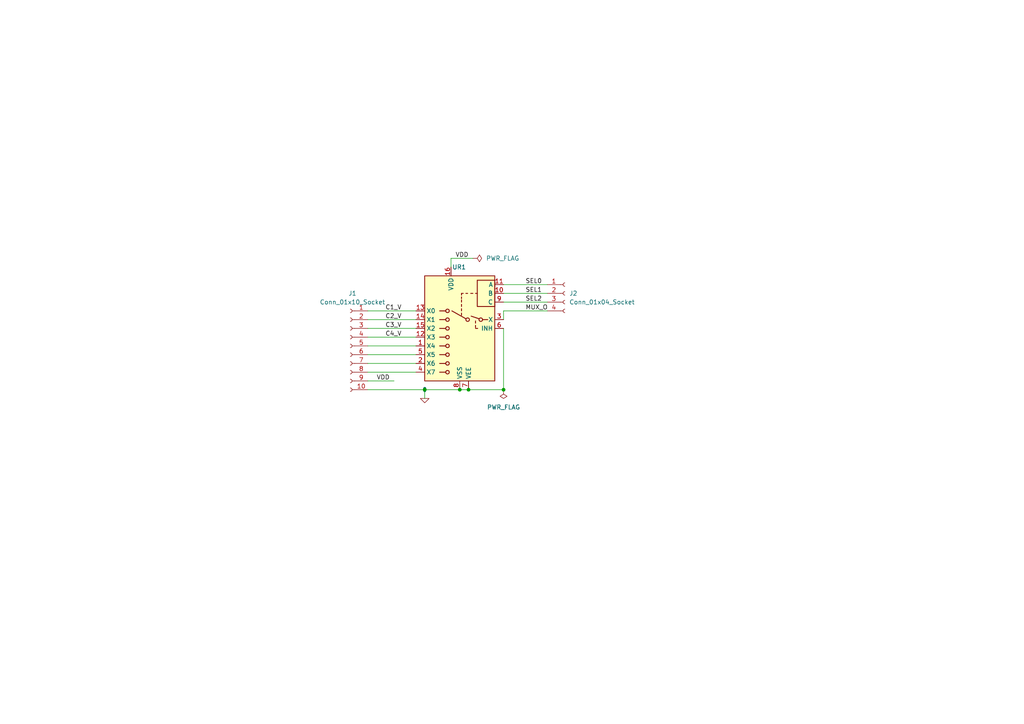
<source format=kicad_sch>
(kicad_sch (version 20230121) (generator eeschema)
  (paper "A4")
  (lib_symbols
    (symbol "Analog_Switch:CD4051B"
      (property "Reference" "U" (at -10.16 16.51 0))
      (property "Value" "CD4051B" (at 3.81 16.51 0))
      (symbol "CD4051B_0_1"
        (rectangle (start -10.16 6.35) (end -5.08 13.97) (stroke (width 0.254)))
        (rectangle (start -10.16 15.24) (end 10.16 -15.24) (stroke (width 0.254)) (fill (type background)))
        (circle (center -6.096 2.54) (radius 0.508) (stroke (width 0.254)))
        (circle (center -2.286 2.54) (radius 0.508) (stroke (width 0.254)))
        (polyline (pts (xy -8.128 2.54) (xy -6.604 2.54)) (stroke (width 0.254)))
        (polyline (pts (xy -5.588 2.794) (xy -3.302 3.556)) (stroke (width 0.254)))
        (polyline (pts (xy -4.572 0) (xy -5.207 0)) (stroke (width 0.254)))
        (polyline (pts (xy -4.572 0.254) (xy -4.572 0.889)) (stroke (width 0.254)))
        (polyline (pts (xy -4.572 1.524) (xy -4.572 2.159)) (stroke (width 0.254)))
        (polyline (pts (xy -4.572 10.16) (xy -5.08 10.16)) (stroke (width 0.254)))
        (polyline (pts (xy -3.81 10.16) (xy -3.175 10.16)) (stroke (width 0.254)))
        (polyline (pts (xy -1.778 2.794) (xy 2.286 5.08)) (stroke (width 0.254)))
        (polyline (pts (xy -1.778 10.16) (xy -2.286 10.16)) (stroke (width 0.254)))
        (polyline (pts (xy -0.508 3.81) (xy -0.508 4.445)) (stroke (width 0.254)))
        (polyline (pts (xy -0.508 5.08) (xy -0.508 5.715)) (stroke (width 0.254)))
        (polyline (pts (xy -0.508 6.35) (xy -0.508 6.985)) (stroke (width 0.254)))
        (polyline (pts (xy -0.508 7.62) (xy -0.508 8.255)) (stroke (width 0.254)))
        (polyline (pts (xy -0.508 8.636) (xy -0.508 9.144)) (stroke (width 0.254)))
        (polyline (pts (xy -0.508 9.652) (xy -0.508 10.16)) (stroke (width 0.254)))
        (polyline (pts (xy -0.508 10.16) (xy -1.016 10.16)) (stroke (width 0.254)))
        (polyline (pts (xy 4.064 -12.7) (xy 5.842 -12.7)) (stroke (width 0.254)))
        (polyline (pts (xy 4.064 -10.16) (xy 5.842 -10.16)) (stroke (width 0.254)))
        (polyline (pts (xy 4.064 -7.62) (xy 5.842 -7.62)) (stroke (width 0.254)))
        (polyline (pts (xy 4.064 -5.08) (xy 5.842 -5.08)) (stroke (width 0.254)))
        (polyline (pts (xy 4.064 -2.54) (xy 5.842 -2.54)) (stroke (width 0.254)))
        (polyline (pts (xy 4.064 0) (xy 5.842 0)) (stroke (width 0.254)))
        (polyline (pts (xy 4.064 2.54) (xy 5.842 2.54)) (stroke (width 0.254)))
        (polyline (pts (xy 4.064 5.08) (xy 5.842 5.08)) (stroke (width 0.254)))
        (circle (center 3.556 -12.7) (radius 0.508) (stroke (width 0.254)))
        (circle (center 3.556 -10.16) (radius 0.508) (stroke (width 0.254)))
        (circle (center 3.556 -7.62) (radius 0.508) (stroke (width 0.254)))
        (circle (center 3.556 -5.08) (radius 0.508) (stroke (width 0.254)))
        (circle (center 3.556 -2.54) (radius 0.508) (stroke (width 0.254)))
        (circle (center 3.556 0) (radius 0.508) (stroke (width 0.254)))
        (circle (center 3.556 2.54) (radius 0.508) (stroke (width 0.254)))
        (circle (center 3.556 5.08) (radius 0.508) (stroke (width 0.254)))
      )
      (symbol "CD4051B_1_1"
        (pin bidirectional line (at 12.7 -5.08 180) (length 2.54) (name "X4") (number "1"))
        (pin input line (at -12.7 10.16 0) (length 2.54) (name "B") (number "10"))
        (pin input line (at -12.7 12.7 0) (length 2.54) (name "A") (number "11"))
        (pin bidirectional line (at 12.7 -2.54 180) (length 2.54) (name "X3") (number "12"))
        (pin bidirectional line (at 12.7 5.08 180) (length 2.54) (name "X0") (number "13"))
        (pin bidirectional line (at 12.7 2.54 180) (length 2.54) (name "X1") (number "14"))
        (pin bidirectional line (at 12.7 0 180) (length 2.54) (name "X2") (number "15"))
        (pin power_in line (at 2.54 17.78 270) (length 2.54) (name "VDD") (number "16"))
        (pin bidirectional line (at 12.7 -10.16 180) (length 2.54) (name "X6") (number "2"))
        (pin bidirectional line (at -12.7 2.54 0) (length 2.54) (name "X") (number "3"))
        (pin bidirectional line (at 12.7 -12.7 180) (length 2.54) (name "X7") (number "4"))
        (pin bidirectional line (at 12.7 -7.62 180) (length 2.54) (name "X5") (number "5"))
        (pin input line (at -12.7 0 0) (length 2.54) (name "INH") (number "6"))
        (pin power_in line (at -2.54 -17.78 90) (length 2.54) (name "VEE") (number "7"))
        (pin power_in line (at 0 -17.78 90) (length 2.54) (name "VSS") (number "8"))
        (pin input line (at -12.7 7.62 0) (length 2.54) (name "C") (number "9"))
      )
    )
    (symbol "Connector:Conn_01x04_Socket" (pin_names (offset 1.016) hide)
      (property "Reference" "J" (at 0 5.08 0))
      (property "Value" "Conn_01x04_Socket" (at 0 -7.62 0))
      (symbol "Conn_01x04_Socket_1_1"
        (arc (start 0 -4.572) (mid -0.5058 -5.08) (end 0 -5.588) (stroke (width 0.1524)))
        (arc (start 0 -2.032) (mid -0.5058 -2.54) (end 0 -3.048) (stroke (width 0.1524)))
        (polyline (pts (xy -1.27 -5.08) (xy -0.508 -5.08)) (stroke (width 0.1524)))
        (polyline (pts (xy -1.27 -2.54) (xy -0.508 -2.54)) (stroke (width 0.1524)))
        (polyline (pts (xy -1.27 0) (xy -0.508 0)) (stroke (width 0.1524)))
        (polyline (pts (xy -1.27 2.54) (xy -0.508 2.54)) (stroke (width 0.1524)))
        (arc (start 0 0.508) (mid -0.5058 0) (end 0 -0.508) (stroke (width 0.1524)))
        (arc (start 0 3.048) (mid -0.5058 2.54) (end 0 2.032) (stroke (width 0.1524)))
        (pin passive line (at -5.08 2.54 0) (length 3.81) (name "Pin_1") (number "1"))
        (pin passive line (at -5.08 0 0) (length 3.81) (name "Pin_2") (number "2"))
        (pin passive line (at -5.08 -2.54 0) (length 3.81) (name "Pin_3") (number "3"))
        (pin passive line (at -5.08 -5.08 0) (length 3.81) (name "Pin_4") (number "4"))
      )
    )
    (symbol "Connector:Conn_01x10_Socket" (pin_names (offset 1.016) hide)
      (property "Reference" "J" (at 0 12.7 0))
      (property "Value" "Conn_01x10_Socket" (at 0 -15.24 0))
      (symbol "Conn_01x10_Socket_1_1"
        (arc (start 0 -12.192) (mid -0.5058 -12.7) (end 0 -13.208) (stroke (width 0.1524)))
        (arc (start 0 -9.652) (mid -0.5058 -10.16) (end 0 -10.668) (stroke (width 0.1524)))
        (arc (start 0 -7.112) (mid -0.5058 -7.62) (end 0 -8.128) (stroke (width 0.1524)))
        (arc (start 0 -4.572) (mid -0.5058 -5.08) (end 0 -5.588) (stroke (width 0.1524)))
        (arc (start 0 -2.032) (mid -0.5058 -2.54) (end 0 -3.048) (stroke (width 0.1524)))
        (polyline (pts (xy -1.27 -12.7) (xy -0.508 -12.7)) (stroke (width 0.1524)))
        (polyline (pts (xy -1.27 -10.16) (xy -0.508 -10.16)) (stroke (width 0.1524)))
        (polyline (pts (xy -1.27 -7.62) (xy -0.508 -7.62)) (stroke (width 0.1524)))
        (polyline (pts (xy -1.27 -5.08) (xy -0.508 -5.08)) (stroke (width 0.1524)))
        (polyline (pts (xy -1.27 -2.54) (xy -0.508 -2.54)) (stroke (width 0.1524)))
        (polyline (pts (xy -1.27 0) (xy -0.508 0)) (stroke (width 0.1524)))
        (polyline (pts (xy -1.27 2.54) (xy -0.508 2.54)) (stroke (width 0.1524)))
        (polyline (pts (xy -1.27 5.08) (xy -0.508 5.08)) (stroke (width 0.1524)))
        (polyline (pts (xy -1.27 7.62) (xy -0.508 7.62)) (stroke (width 0.1524)))
        (polyline (pts (xy -1.27 10.16) (xy -0.508 10.16)) (stroke (width 0.1524)))
        (arc (start 0 0.508) (mid -0.5058 0) (end 0 -0.508) (stroke (width 0.1524)))
        (arc (start 0 3.048) (mid -0.5058 2.54) (end 0 2.032) (stroke (width 0.1524)))
        (arc (start 0 5.588) (mid -0.5058 5.08) (end 0 4.572) (stroke (width 0.1524)))
        (arc (start 0 8.128) (mid -0.5058 7.62) (end 0 7.112) (stroke (width 0.1524)))
        (arc (start 0 10.668) (mid -0.5058 10.16) (end 0 9.652) (stroke (width 0.1524)))
        (pin passive line (at -5.08 10.16 0) (length 3.81) (name "Pin_1") (number "1"))
        (pin passive line (at -5.08 -12.7 0) (length 3.81) (name "Pin_10") (number "10"))
        (pin passive line (at -5.08 7.62 0) (length 3.81) (name "Pin_2") (number "2"))
        (pin passive line (at -5.08 5.08 0) (length 3.81) (name "Pin_3") (number "3"))
        (pin passive line (at -5.08 2.54 0) (length 3.81) (name "Pin_4") (number "4"))
        (pin passive line (at -5.08 0 0) (length 3.81) (name "Pin_5") (number "5"))
        (pin passive line (at -5.08 -2.54 0) (length 3.81) (name "Pin_6") (number "6"))
        (pin passive line (at -5.08 -5.08 0) (length 3.81) (name "Pin_7") (number "7"))
        (pin passive line (at -5.08 -7.62 0) (length 3.81) (name "Pin_8") (number "8"))
        (pin passive line (at -5.08 -10.16 0) (length 3.81) (name "Pin_9") (number "9"))
      )
    )
    (symbol "Simulation_SPICE:0" (power) (pin_names (offset 0))
      (property "Value" "0" (at 0 -1.778 0))
      (symbol "0_0_1"
        (polyline (pts (xy -1.27 0) (xy 0 -1.27) (xy 1.27 0) (xy -1.27 0)))
      )
      (symbol "0_1_1"
        (pin power_in line (at 0 0 0) (length 0) hide (name "0") (number "1"))
      )
    )
    (symbol "power:PWR_FLAG" (power) (pin_numbers hide) (pin_names (offset 0) hide)
      (property "Value" "PWR_FLAG" (at 0 3.81 0))
      (symbol "PWR_FLAG_0_0"
        (pin power_out line (at 0 0 90) (length 0) (name "pwr") (number "1"))
      )
      (symbol "PWR_FLAG_0_1"
        (polyline (pts (xy 0 0) (xy 0 1.27) (xy -1.016 1.905) (xy 0 2.54) (xy 1.016 1.905) (xy 0 1.27)))
      )
    )
  )
  (junction (at 135.89 113.03))
  (junction (at 146.05 113.03))
  (junction (at 123.19 113.03))
  (junction (at 133.35 113.03))
  (wire (pts (xy 146.05 87.63) (xy 158.75 87.63)))
  (wire (pts (xy 146.05 82.55) (xy 158.75 82.55)))
  (wire (pts (xy 146.05 90.17) (xy 158.75 90.17)))
  (wire (pts (xy 106.68 92.71) (xy 120.65 92.71)))
  (wire (pts (xy 106.68 95.25) (xy 120.65 95.25)))
  (wire (pts (xy 106.68 90.17) (xy 120.65 90.17)))
  (wire (pts (xy 106.68 97.79) (xy 120.65 97.79)))
  (wire (pts (xy 123.19 113.03) (xy 123.19 115.57)))
  (wire (pts (xy 106.68 102.87) (xy 120.65 102.87)))
  (wire (pts (xy 106.68 100.33) (xy 120.65 100.33)))
  (wire (pts (xy 133.35 113.03) (xy 135.89 113.03)))
  (wire (pts (xy 106.68 110.49) (xy 114.3 110.49)))
  (wire (pts (xy 130.81 74.93) (xy 137.16 74.93)))
  (wire (pts (xy 106.68 107.95) (xy 120.65 107.95)))
  (wire (pts (xy 146.05 113.03) (xy 135.89 113.03)))
  (wire (pts (xy 106.68 113.03) (xy 123.19 113.03)))
  (wire (pts (xy 130.81 77.47) (xy 130.81 74.93)))
  (wire (pts (xy 123.19 113.03) (xy 133.35 113.03)))
  (wire (pts (xy 146.05 92.71) (xy 146.05 90.17)))
  (wire (pts (xy 146.05 85.09) (xy 158.75 85.09)))
  (wire (pts (xy 146.05 95.25) (xy 146.05 113.03)))
  (wire (pts (xy 106.68 105.41) (xy 120.65 105.41)))
  (label "C1_V" (at 111.76 90.17 0))
  (label "C3_V" (at 111.76 95.25 0))
  (label "SEL2" (at 152.4 87.63 0))
  (label "C4_V" (at 111.76 97.79 0))
  (label "SEL1" (at 152.4 85.09 0))
  (label "SEL0" (at 152.4 82.55 0))
  (label "VDD" (at 132.08 74.93 0))
  (label "VDD" (at 109.22 110.49 0))
  (label "C2_V" (at 111.76 92.71 0))
  (label "MUX_O" (at 152.4 90.17 0))
  (symbol (lib_id "Simulation_SPICE:0") (at 123.19 115.57 0) (unit 1)
    (property "Reference" "#GND01" (effects hide))
    (property "Value" "0" (at 123.19 113.03 0))
  )
  (symbol (lib_id "Analog_Switch:CD4051B") (at 133.35 95.25 0) (mirror y) (unit 1)
    (property "Reference" "UR1" (at 131.1559 77.47 0) (effects (justify right)))
    (property "Value" "CD4051B" (effects hide))
    (property "Footprint" "Package_DIP:DIP-16_W10.16mm" (effects hide))
    (property "Datasheet" "http://www.ti.com/lit/ds/symlink/cd4052b.pdf" (effects hide))
  )
  (symbol (lib_id "Connector:Conn_01x10_Socket") (at 101.6 100.33 0) (mirror y) (unit 1)
    (property "Reference" "J1" (at 102.235 85.09 0))
    (property "Value" "Conn_01x10_Socket" (at 102.235 87.63 0))
    (property "Footprint" "VAMK_CON:SOCKET_1x10" (effects hide))
    (property "Sim.Enable" "0" (effects hide))
  )
  (symbol (lib_id "Connector:Conn_01x04_Socket") (at 163.83 85.09 0) (unit 1)
    (property "Reference" "J2" (at 165.1 85.09 0) (effects (justify left)))
    (property "Value" "Conn_01x04_Socket" (at 165.1 87.63 0) (effects (justify left)))
    (property "Footprint" "VAMK_CON:SOCKET_1x4" (effects hide))
  )
  (symbol (lib_id "power:PWR_FLAG") (at 137.16 74.93 270) (unit 1)
    (property "Reference" "#FLG02" (effects hide))
    (property "Value" "PWR_FLAG" (at 140.97 74.93 90) (effects (justify left)))
  )
  (symbol (lib_id "power:PWR_FLAG") (at 146.05 113.03 0) (mirror x) (unit 1)
    (property "Reference" "#FLG01" (effects hide))
    (property "Value" "PWR_FLAG" (at 146.05 118.11 0))
  )
)
</source>
